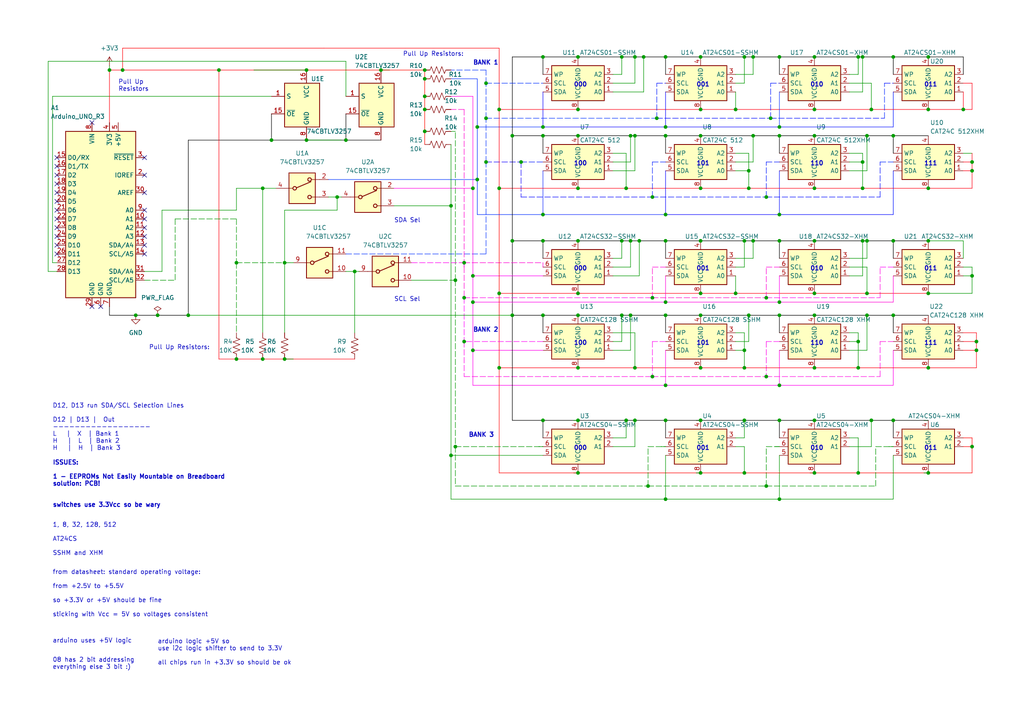
<source format=kicad_sch>
(kicad_sch (version 20230121) (generator eeschema)
  (paper "A4")
  (junction (at 186.69 16.51))
  (junction (at 236.22 106.68))
  (junction (at 193.04 39.37))
  (junction (at 281.94 129.54))
  (junction (at 100.33 40.64))
  (junction (at 222.25 57.15))
  (junction (at 123.19 20.32))
  (junction (at 250.19 69.85))
  (junction (at 157.48 16.51))
  (junction (at 144.78 106.68))
  (junction (at 157.48 69.85))
  (junction (at 189.23 109.22))
  (junction (at 130.81 132.08))
  (junction (at 259.08 16.51))
  (junction (at 193.04 36.83))
  (junction (at 236.22 39.37))
  (junction (at 236.22 91.44))
  (junction (at 279.4 31.75))
  (junction (at 78.74 40.64))
  (junction (at 68.58 76.2))
  (junction (at 251.46 39.37))
  (junction (at 215.9 106.68))
  (junction (at 134.62 76.2))
  (junction (at 215.9 101.6))
  (junction (at 82.55 76.2))
  (junction (at 269.24 69.85))
  (junction (at 193.04 144.78))
  (junction (at 182.88 69.85))
  (junction (at 130.81 59.69))
  (junction (at 226.06 87.63))
  (junction (at 39.37 91.44))
  (junction (at 251.46 69.85))
  (junction (at 140.97 46.99))
  (junction (at 167.64 137.16))
  (junction (at 203.2 69.85))
  (junction (at 97.79 57.15))
  (junction (at 222.25 86.36))
  (junction (at 269.24 16.51))
  (junction (at 144.78 54.61))
  (junction (at 184.15 39.37))
  (junction (at 193.04 16.51))
  (junction (at 157.48 91.44))
  (junction (at 236.22 137.16))
  (junction (at 167.64 106.68))
  (junction (at 76.2 54.61))
  (junction (at 259.08 121.92))
  (junction (at 140.97 24.13))
  (junction (at 217.17 49.53))
  (junction (at 248.92 106.68))
  (junction (at 138.43 52.07))
  (junction (at 226.06 39.37))
  (junction (at 102.87 78.74))
  (junction (at 203.2 39.37))
  (junction (at 123.19 27.94))
  (junction (at 193.04 111.76))
  (junction (at 281.94 49.53))
  (junction (at 68.58 104.14))
  (junction (at 88.9 20.32))
  (junction (at 269.24 85.09))
  (junction (at 223.52 34.29))
  (junction (at 148.59 39.37))
  (junction (at 167.64 121.92))
  (junction (at 184.15 106.68))
  (junction (at 217.17 91.44))
  (junction (at 250.19 54.61))
  (junction (at 226.06 69.85))
  (junction (at 283.21 101.6))
  (junction (at 134.62 99.06))
  (junction (at 252.73 31.75))
  (junction (at 250.19 46.99))
  (junction (at 137.16 80.01))
  (junction (at 82.55 104.14))
  (junction (at 251.46 85.09))
  (junction (at 226.06 91.44))
  (junction (at 193.04 91.44))
  (junction (at 226.06 111.76))
  (junction (at 123.19 38.1))
  (junction (at 167.64 31.75))
  (junction (at 248.92 16.51))
  (junction (at 236.22 16.51))
  (junction (at 269.24 31.75))
  (junction (at 180.34 69.85))
  (junction (at 250.19 16.51))
  (junction (at 226.06 62.23))
  (junction (at 236.22 69.85))
  (junction (at 157.48 39.37))
  (junction (at 137.16 101.6))
  (junction (at 203.2 106.68))
  (junction (at 203.2 137.16))
  (junction (at 134.62 86.36))
  (junction (at 189.23 57.15))
  (junction (at 203.2 91.44))
  (junction (at 76.2 104.14))
  (junction (at 203.2 54.61))
  (junction (at 215.9 137.16))
  (junction (at 269.24 106.68))
  (junction (at 167.64 69.85))
  (junction (at 54.61 91.44))
  (junction (at 236.22 31.75))
  (junction (at 215.9 69.85))
  (junction (at 185.42 69.85))
  (junction (at 193.04 121.92))
  (junction (at 31.75 20.32))
  (junction (at 167.64 39.37))
  (junction (at 138.43 36.83))
  (junction (at 193.04 62.23))
  (junction (at 281.94 80.01))
  (junction (at 157.48 121.92))
  (junction (at 218.44 39.37))
  (junction (at 226.06 36.83))
  (junction (at 144.78 31.75))
  (junction (at 269.24 137.16))
  (junction (at 236.22 121.92))
  (junction (at 226.06 16.51))
  (junction (at 132.08 129.54))
  (junction (at 167.64 85.09))
  (junction (at 167.64 91.44))
  (junction (at 110.49 20.32))
  (junction (at 203.2 16.51))
  (junction (at 123.19 31.75))
  (junction (at 137.16 54.61))
  (junction (at 180.34 91.44))
  (junction (at 184.15 121.92))
  (junction (at 63.5 20.32))
  (junction (at 184.15 16.51))
  (junction (at 144.78 85.09))
  (junction (at 213.36 31.75))
  (junction (at 251.46 91.44))
  (junction (at 193.04 69.85))
  (junction (at 259.08 39.37))
  (junction (at 269.24 54.61))
  (junction (at 259.08 91.44))
  (junction (at 222.25 140.97))
  (junction (at 180.34 16.51))
  (junction (at 157.48 62.23))
  (junction (at 132.08 81.28))
  (junction (at 222.25 109.22))
  (junction (at 217.17 54.61))
  (junction (at 215.9 121.92))
  (junction (at 203.2 121.92))
  (junction (at 203.2 31.75))
  (junction (at 181.61 54.61))
  (junction (at 148.59 69.85))
  (junction (at 137.16 87.63))
  (junction (at 193.04 87.63))
  (junction (at 182.88 91.44))
  (junction (at 151.13 46.99))
  (junction (at 215.9 16.51))
  (junction (at 252.73 121.92))
  (junction (at 189.23 86.36))
  (junction (at 181.61 121.92))
  (junction (at 283.21 99.06))
  (junction (at 281.94 46.99))
  (junction (at 123.19 22.86))
  (junction (at 248.92 99.06))
  (junction (at 157.48 36.83))
  (junction (at 190.5 34.29))
  (junction (at 236.22 85.09))
  (junction (at 218.44 16.51))
  (junction (at 248.92 137.16))
  (junction (at 236.22 54.61))
  (junction (at 35.56 20.32))
  (junction (at 226.06 121.92))
  (junction (at 226.06 144.78))
  (junction (at 45.72 91.44))
  (junction (at 167.64 54.61))
  (junction (at 203.2 85.09))
  (junction (at 218.44 69.85))
  (junction (at 88.9 40.64))
  (junction (at 187.96 140.97))
  (junction (at 140.97 34.29))
  (junction (at 148.59 91.44))
  (junction (at 167.64 16.51))
  (junction (at 259.08 69.85))
  (junction (at 213.36 85.09))
  (junction (at 182.88 39.37))
  (no_connect (at 16.51 68.58))
  (no_connect (at 16.51 63.5))
  (no_connect (at 41.91 63.5))
  (no_connect (at 41.91 68.58))
  (no_connect (at 16.51 55.88))
  (no_connect (at 16.51 73.66))
  (no_connect (at 41.91 71.12))
  (no_connect (at 16.51 71.12))
  (no_connect (at 16.51 45.72))
  (no_connect (at 41.91 66.04))
  (no_connect (at 26.67 35.56))
  (no_connect (at 16.51 50.8))
  (no_connect (at 29.21 88.9))
  (no_connect (at 16.51 48.26))
  (no_connect (at 41.91 55.88))
  (no_connect (at 41.91 73.66))
  (no_connect (at 16.51 66.04))
  (no_connect (at 26.67 88.9))
  (no_connect (at 16.51 58.42))
  (no_connect (at 41.91 45.72))
  (no_connect (at 41.91 60.96))
  (no_connect (at 16.51 53.34))
  (no_connect (at 41.91 50.8))
  (no_connect (at 16.51 60.96))
  (wire (pts (xy 248.92 16.51) (xy 250.19 16.51)) (stroke (width 0) (color 0 0 0 1)))
  (wire (pts (xy 217.17 99.06) (xy 217.17 91.44)))
  (wire (pts (xy 177.8 49.53) (xy 184.15 49.53)))
  (wire (pts (xy 213.36 99.06) (xy 217.17 99.06)))
  (wire (pts (xy 215.9 137.16) (xy 236.22 137.16)) (stroke (width 0) (color 255 0 0 1)))
  (wire (pts (xy 88.9 40.64) (xy 99.06 40.64)))
  (wire (pts (xy 123.19 31.75) (xy 123.19 38.1)) (stroke (width 0) (color 255 11 0 1)))
  (wire (pts (xy 281.94 129.54) (xy 281.94 127)) (stroke (width 0) (color 255 0 0 1)))
  (wire (pts (xy 123.19 20.32) (xy 123.19 22.86)) (stroke (width 0) (color 255 11 0 1)))
  (wire (pts (xy 279.4 77.47) (xy 281.94 77.47)))
  (wire (pts (xy 218.44 74.93) (xy 218.44 69.85)))
  (wire (pts (xy 213.36 85.09) (xy 236.22 85.09)) (stroke (width 0) (color 255 0 17 1)))
  (wire (pts (xy 248.92 21.59) (xy 248.92 16.51)))
  (wire (pts (xy 279.4 80.01) (xy 281.94 80.01)))
  (wire (pts (xy 246.38 127) (xy 248.92 127)))
  (wire (pts (xy 246.38 129.54) (xy 252.73 129.54)))
  (wire (pts (xy 281.94 137.16) (xy 281.94 129.54)) (stroke (width 0) (color 255 0 0 1)))
  (wire (pts (xy 144.78 13.97) (xy 144.78 31.75)) (stroke (width 0) (color 255 0 7 1)))
  (wire (pts (xy 193.04 69.85) (xy 193.04 74.93)) (stroke (width 0) (color 0 0 0 1)))
  (wire (pts (xy 279.4 46.99) (xy 281.94 46.99)) (stroke (width 0) (color 255 0 19 1)))
  (wire (pts (xy 182.88 39.37) (xy 184.15 39.37)) (stroke (width 0) (color 0 0 0 1)))
  (wire (pts (xy 137.16 27.94) (xy 130.81 27.94)) (stroke (width 0) (color 255 0 225 1)))
  (wire (pts (xy 279.4 16.51) (xy 279.4 21.59)) (stroke (width 0) (color 0 0 0 1)))
  (wire (pts (xy 157.48 76.2) (xy 157.48 77.47)) (stroke (width 0) (type dash) (color 255 0 206 1)))
  (wire (pts (xy 213.36 49.53) (xy 217.17 49.53)))
  (wire (pts (xy 144.78 85.09) (xy 144.78 106.68)) (stroke (width 0) (color 255 0 17 1)))
  (wire (pts (xy 259.08 91.44) (xy 269.24 91.44)) (stroke (width 0) (color 0 0 0 1)))
  (wire (pts (xy 251.46 39.37) (xy 259.08 39.37)) (stroke (width 0) (color 0 0 0 1)))
  (wire (pts (xy 193.04 129.54) (xy 191.77 129.54)))
  (wire (pts (xy 137.16 80.01) (xy 137.16 87.63)) (stroke (width 0) (color 255 0 234 1)))
  (wire (pts (xy 226.06 144.78) (xy 226.06 132.08)))
  (wire (pts (xy 279.4 69.85) (xy 269.24 69.85)))
  (wire (pts (xy 100.33 78.74) (xy 102.87 78.74)))
  (wire (pts (xy 137.16 80.01) (xy 157.48 80.01)) (stroke (width 0) (color 255 0 244 1)))
  (wire (pts (xy 248.92 106.68) (xy 269.24 106.68)) (stroke (width 0) (color 255 0 17 1)))
  (wire (pts (xy 254 140.97) (xy 254 129.54)) (stroke (width 0) (type dash)))
  (wire (pts (xy 132.08 38.1) (xy 130.81 38.1)) (stroke (width 0) (type dash)))
  (wire (pts (xy 39.37 91.44) (xy 45.72 91.44)) (stroke (width 0) (color 0 0 0 1)))
  (wire (pts (xy 269.24 137.16) (xy 267.97 137.16)))
  (wire (pts (xy 184.15 39.37) (xy 193.04 39.37)) (stroke (width 0) (color 0 0 0 1)))
  (wire (pts (xy 134.62 76.2) (xy 133.35 76.2)) (stroke (width 0) (type dash) (color 255 0 207 1)))
  (wire (pts (xy 157.48 16.51) (xy 157.48 21.59)) (stroke (width 0) (color 0 0 0 1)))
  (wire (pts (xy 259.08 87.63) (xy 259.08 80.01)) (stroke (width 0) (color 255 12 213 1)))
  (wire (pts (xy 213.36 26.67) (xy 213.36 31.75)))
  (wire (pts (xy 215.9 101.6) (xy 215.9 106.68)))
  (wire (pts (xy 222.25 99.06) (xy 222.25 109.22)) (stroke (width 0) (type dash) (color 255 0 231 1)))
  (wire (pts (xy 279.4 44.45) (xy 281.94 44.45)))
  (wire (pts (xy 186.69 16.51) (xy 193.04 16.51)) (stroke (width 0) (color 0 0 0 1)))
  (wire (pts (xy 177.8 74.93) (xy 180.34 74.93)))
  (wire (pts (xy 281.94 54.61) (xy 281.94 49.53)) (stroke (width 0) (color 255 0 19 1)))
  (wire (pts (xy 259.08 62.23) (xy 259.08 49.53)) (stroke (width 0) (color 1 20 255 1)))
  (wire (pts (xy 246.38 46.99) (xy 250.19 46.99)))
  (wire (pts (xy 246.38 101.6) (xy 251.46 101.6)))
  (wire (pts (xy 203.2 69.85) (xy 215.9 69.85)) (stroke (width 0) (color 0 0 0 1)))
  (wire (pts (xy 248.92 99.06) (xy 248.92 106.68)))
  (wire (pts (xy 246.38 80.01) (xy 250.19 80.01)))
  (wire (pts (xy 259.08 39.37) (xy 269.24 39.37)) (stroke (width 0) (color 0 0 0 1)))
  (wire (pts (xy 217.17 91.44) (xy 226.06 91.44)) (stroke (width 0) (color 0 0 0 1)))
  (wire (pts (xy 177.8 101.6) (xy 182.88 101.6)))
  (wire (pts (xy 236.22 54.61) (xy 250.19 54.61)) (stroke (width 0) (color 255 0 19 1)))
  (wire (pts (xy 187.96 140.97) (xy 187.96 129.54)) (stroke (width 0) (type dash)))
  (wire (pts (xy 95.25 52.07) (xy 138.43 52.07)) (stroke (width 0) (color 0 51 255 1)))
  (wire (pts (xy 189.23 57.15) (xy 222.25 57.15)) (stroke (width 0) (type dash) (color 4 15 255 1)))
  (wire (pts (xy 182.88 69.85) (xy 185.42 69.85)) (stroke (width 0) (color 0 0 0 1)))
  (wire (pts (xy 259.08 111.76) (xy 259.08 101.6)) (stroke (width 0) (color 255 0 234 1)))
  (wire (pts (xy 148.59 91.44) (xy 148.59 121.92)) (stroke (width 0) (color 0 0 0 1)))
  (wire (pts (xy 148.59 39.37) (xy 157.48 39.37)) (stroke (width 0) (color 0 0 0 1)))
  (wire (pts (xy 281.94 127) (xy 279.4 127)) (stroke (width 0) (color 255 0 0 1)))
  (wire (pts (xy 137.16 54.61) (xy 137.16 80.01)) (stroke (width 0) (color 255 0 225 1)))
  (wire (pts (xy 180.34 99.06) (xy 180.34 91.44)))
  (wire (pts (xy 259.08 16.51) (xy 269.24 16.51)) (stroke (width 0) (color 0 0 0 1)))
  (wire (pts (xy 259.08 36.83) (xy 259.08 26.67)) (stroke (width 0) (color 2 23 255 1)))
  (wire (pts (xy 259.08 144.78) (xy 259.08 132.08)))
  (wire (pts (xy 203.2 16.51) (xy 215.9 16.51)) (stroke (width 0) (color 0 0 0 1)))
  (wire (pts (xy 246.38 77.47) (xy 251.46 77.47)))
  (wire (pts (xy 151.13 57.15) (xy 189.23 57.15)) (stroke (width 0) (type dash) (color 0 1 255 1)))
  (wire (pts (xy 31.75 91.44) (xy 39.37 91.44)) (stroke (width 0) (color 0 0 0 1)))
  (wire (pts (xy 45.72 91.44) (xy 54.61 91.44)) (stroke (width 0) (color 0 0 0 1)))
  (wire (pts (xy 104.14 78.74) (xy 102.87 78.74)))
  (wire (pts (xy 157.48 69.85) (xy 167.64 69.85)) (stroke (width 0) (color 0 0 0 1)))
  (wire (pts (xy 250.19 16.51) (xy 250.19 26.67)))
  (wire (pts (xy 68.58 63.5) (xy 68.58 76.2)) (stroke (width 0) (type dash)))
  (wire (pts (xy 217.17 49.53) (xy 217.17 54.61)))
  (wire (pts (xy 140.97 20.32) (xy 130.81 20.32)) (stroke (width 0) (type dash) (color 6 52 255 1)))
  (wire (pts (xy 137.16 101.6) (xy 157.48 101.6)) (stroke (width 0) (color 255 0 234 1)))
  (wire (pts (xy 15.24 76.2) (xy 16.51 76.2)))
  (wire (pts (xy 73.66 20.32) (xy 88.9 20.32)))
  (wire (pts (xy 123.19 38.1) (xy 123.19 41.91)) (stroke (width 0) (color 255 11 0 1)))
  (wire (pts (xy 157.48 62.23) (xy 193.04 62.23)) (stroke (width 0) (color 18 42 255 1)))
  (wire (pts (xy 222.25 86.36) (xy 255.27 86.36)) (stroke (width 0) (type dash) (color 255 0 230 1)))
  (wire (pts (xy 134.62 76.2) (xy 157.48 76.2)) (stroke (width 0) (type dash) (color 255 0 206 1)))
  (wire (pts (xy 283.21 96.52) (xy 279.4 96.52)) (stroke (width 0) (color 255 0 17 1)))
  (wire (pts (xy 226.06 16.51) (xy 236.22 16.51)) (stroke (width 0) (color 0 0 0 1)))
  (wire (pts (xy 222.25 109.22) (xy 255.27 109.22)) (stroke (width 0) (type dash) (color 255 12 225 1)))
  (wire (pts (xy 181.61 127) (xy 181.61 121.92)))
  (wire (pts (xy 137.16 54.61) (xy 137.16 27.94)) (stroke (width 0) (color 255 0 225 1)))
  (wire (pts (xy 226.06 129.54) (xy 224.79 129.54)))
  (wire (pts (xy 35.56 13.97) (xy 93.98 13.97)) (stroke (width 0) (color 255 0 6 1)))
  (wire (pts (xy 251.46 85.09) (xy 269.24 85.09)) (stroke (width 0) (color 255 0 17 1)))
  (wire (pts (xy 132.08 129.54) (xy 157.48 129.54)) (stroke (width 0) (type dash)))
  (wire (pts (xy 184.15 121.92) (xy 193.04 121.92)) (stroke (width 0) (color 0 0 0 1)))
  (wire (pts (xy 226.06 91.44) (xy 226.06 96.52)) (stroke (width 0) (color 0 0 0 1)))
  (wire (pts (xy 193.04 62.23) (xy 193.04 49.53)) (stroke (width 0) (color 5 0 255 1)))
  (wire (pts (xy 190.5 24.13) (xy 193.04 24.13)) (stroke (width 0) (type dash) (color 0 11 255 1)))
  (wire (pts (xy 218.44 39.37) (xy 226.06 39.37)) (stroke (width 0) (color 0 0 0 1)))
  (wire (pts (xy 259.08 121.92) (xy 269.24 121.92)) (stroke (width 0) (color 0 0 0 1)))
  (wire (pts (xy 222.25 140.97) (xy 222.25 129.54)) (stroke (width 0) (type dash)))
  (wire (pts (xy 281.94 129.54) (xy 279.4 129.54)) (stroke (width 0) (color 255 0 0 1)))
  (wire (pts (xy 102.87 78.74) (xy 102.87 96.52)))
  (wire (pts (xy 114.3 54.61) (xy 137.16 54.61)) (stroke (width 0) (color 255 0 225 1)))
  (wire (pts (xy 140.97 73.66) (xy 140.97 46.99)) (stroke (width 0) (type dash) (color 6 52 255 1)))
  (wire (pts (xy 157.48 69.85) (xy 157.48 74.93)) (stroke (width 0) (color 0 0 0 1)))
  (wire (pts (xy 157.48 26.67) (xy 157.48 36.83)) (stroke (width 0) (color 7 0 255 1)))
  (wire (pts (xy 167.64 106.68) (xy 184.15 106.68)) (stroke (width 0) (color 255 0 17 1)))
  (wire (pts (xy 119.38 76.2) (xy 133.35 76.2)) (stroke (width 0) (type dash) (color 255 0 237 1)))
  (wire (pts (xy 100.33 27.94) (xy 100.33 17.78)))
  (wire (pts (xy 213.36 24.13) (xy 215.9 24.13)))
  (wire (pts (xy 63.5 104.14) (xy 68.58 104.14)) (stroke (width 0) (color 255 0 13 1)))
  (wire (pts (xy 110.49 20.32) (xy 123.19 20.32)) (stroke (width 0) (color 255 11 0 1)))
  (wire (pts (xy 167.64 31.75) (xy 203.2 31.75)) (stroke (width 0) (color 255 0 19 1)))
  (wire (pts (xy 13.97 78.74) (xy 16.51 78.74)))
  (wire (pts (xy 222.25 86.36) (xy 222.25 77.47)) (stroke (width 0) (type dash) (color 255 0 211 1)))
  (wire (pts (xy 269.24 106.68) (xy 283.21 106.68)) (stroke (width 0) (color 255 0 17 1)))
  (wire (pts (xy 236.22 31.75) (xy 252.73 31.75)) (stroke (width 0) (color 255 0 19 1)))
  (wire (pts (xy 157.48 39.37) (xy 167.64 39.37)) (stroke (width 0) (color 0 0 0 1)))
  (wire (pts (xy 144.78 85.09) (xy 167.64 85.09)) (stroke (width 0) (color 255 0 17 1)))
  (wire (pts (xy 193.04 62.23) (xy 226.06 62.23)) (stroke (width 0) (color 5 0 255 1)))
  (wire (pts (xy 281.94 31.75) (xy 281.94 24.13)) (stroke (width 0) (color 255 0 19 1)))
  (wire (pts (xy 226.06 39.37) (xy 236.22 39.37)) (stroke (width 0) (color 0 0 0 1)))
  (wire (pts (xy 181.61 44.45) (xy 181.61 54.61)))
  (wire (pts (xy 259.08 129.54) (xy 257.81 129.54)))
  (wire (pts (xy 63.5 20.32) (xy 73.66 20.32)) (stroke (width 0) (color 255 0 13 1)))
  (wire (pts (xy 251.46 91.44) (xy 259.08 91.44)) (stroke (width 0) (color 0 0 0 1)))
  (wire (pts (xy 54.61 40.64) (xy 54.61 91.44)) (stroke (width 0) (color 0 0 0 1)))
  (wire (pts (xy 218.44 69.85) (xy 226.06 69.85)) (stroke (width 0) (color 0 0 0 1)))
  (wire (pts (xy 215.9 129.54) (xy 215.9 137.16)))
  (wire (pts (xy 41.91 81.28) (xy 50.8 81.28)) (stroke (width 0) (type dash)))
  (wire (pts (xy 193.04 16.51) (xy 193.04 21.59)) (stroke (width 0) (color 0 0 0 1)))
  (wire (pts (xy 31.75 20.32) (xy 31.75 35.56)) (stroke (width 0) (color 255 0 13 1)))
  (wire (pts (xy 148.59 39.37) (xy 148.59 69.85)) (stroke (width 0) (color 0 0 0 1)))
  (wire (pts (xy 223.52 34.29) (xy 256.54 34.29)) (stroke (width 0) (type dash) (color 0 14 255 1)))
  (wire (pts (xy 134.62 86.36) (xy 189.23 86.36)) (stroke (width 0) (type dash) (color 255 0 231 1)))
  (wire (pts (xy 279.4 31.75) (xy 279.4 26.67)) (stroke (width 0) (color 255 0 19 1)))
  (wire (pts (xy 236.22 106.68) (xy 248.92 106.68)) (stroke (width 0) (color 255 0 17 1)))
  (wire (pts (xy 189.23 46.99) (xy 193.04 46.99)) (stroke (width 0) (type dash) (color 0 29 255 1)))
  (wire (pts (xy 54.61 91.44) (xy 148.59 91.44)))
  (wire (pts (xy 193.04 69.85) (xy 203.2 69.85)) (stroke (width 0) (color 0 0 0 1)))
  (wire (pts (xy 269.24 54.61) (xy 281.94 54.61)) (stroke (width 0) (color 255 0 19 1)))
  (wire (pts (xy 236.22 137.16) (xy 248.92 137.16)) (stroke (width 0) (color 255 0 0 1)))
  (wire (pts (xy 68.58 76.2) (xy 68.58 96.52)) (stroke (width 0) (type dash)))
  (wire (pts (xy 76.2 54.61) (xy 76.2 96.52)))
  (wire (pts (xy 252.73 24.13) (xy 252.73 31.75)))
  (wire (pts (xy 148.59 69.85) (xy 157.48 69.85)) (stroke (width 0) (color 0 0 0 1)))
  (wire (pts (xy 167.64 85.09) (xy 203.2 85.09)) (stroke (width 0) (color 255 0 17 1)))
  (wire (pts (xy 203.2 106.68) (xy 215.9 106.68)) (stroke (width 0) (color 255 0 17 1)))
  (wire (pts (xy 250.19 44.45) (xy 250.19 46.99)))
  (wire (pts (xy 250.19 80.01) (xy 250.19 69.85)))
  (wire (pts (xy 137.16 87.63) (xy 193.04 87.63)) (stroke (width 0) (color 255 0 234 1)))
  (wire (pts (xy 222.25 77.47) (xy 226.06 77.47)) (stroke (width 0) (type dash) (color 255 0 214 1)))
  (wire (pts (xy 184.15 49.53) (xy 184.15 39.37)))
  (wire (pts (xy 203.2 91.44) (xy 217.17 91.44)) (stroke (width 0) (color 0 0 0 1)))
  (wire (pts (xy 144.78 106.68) (xy 144.78 137.16)) (stroke (width 0) (color 255 18 22 1)))
  (wire (pts (xy 193.04 121.92) (xy 193.04 127)) (stroke (width 0) (color 0 0 0 1)))
  (wire (pts (xy 137.16 101.6) (xy 137.16 111.76)) (stroke (width 0) (color 255 0 234 1)))
  (wire (pts (xy 138.43 36.83) (xy 157.48 36.83)) (stroke (width 0) (color 0 43 255 1)))
  (wire (pts (xy 218.44 16.51) (xy 226.06 16.51)) (stroke (width 0) (color 0 0 0 1)))
  (wire (pts (xy 218.44 16.51) (xy 218.44 21.59)))
  (wire (pts (xy 251.46 101.6) (xy 251.46 91.44)))
  (wire (pts (xy 181.61 54.61) (xy 203.2 54.61)) (stroke (width 0) (color 255 0 19 1)))
  (wire (pts (xy 213.36 31.75) (xy 236.22 31.75)) (stroke (width 0) (color 255 0 19 1)))
  (wire (pts (xy 254 129.54) (xy 259.08 129.54)) (stroke (width 0) (type dash)))
  (wire (pts (xy 236.22 69.85) (xy 250.19 69.85)) (stroke (width 0) (color 0 0 0 1)))
  (wire (pts (xy 140.97 46.99) (xy 140.97 34.29)) (stroke (width 0) (type dash) (color 6 52 255 1)))
  (wire (pts (xy 218.44 46.99) (xy 218.44 39.37)))
  (wire (pts (xy 203.2 137.16) (xy 201.93 137.16)))
  (wire (pts (xy 236.22 91.44) (xy 251.46 91.44)) (stroke (width 0) (color 0 0 0 1)))
  (wire (pts (xy 134.62 99.06) (xy 134.62 109.22)) (stroke (width 0) (type dash) (color 255 0 233 1)))
  (wire (pts (xy 167.64 39.37) (xy 182.88 39.37)) (stroke (width 0) (color 0 0 0 1)))
  (wire (pts (xy 190.5 34.29) (xy 223.52 34.29)) (stroke (width 0) (type dash) (color 0 11 255 1)))
  (wire (pts (xy 110.49 20.32) (xy 113.03 20.32)))
  (wire (pts (xy 259.08 16.51) (xy 259.08 21.59)) (stroke (width 0) (color 0 0 0 1)))
  (wire (pts (xy 167.64 31.75) (xy 144.78 31.75)) (stroke (width 0) (color 255 0 19 1)))
  (wire (pts (xy 167.64 91.44) (xy 180.34 91.44)) (stroke (width 0) (color 0 0 0 1)))
  (wire (pts (xy 114.3 59.69) (xy 130.81 59.69)))
  (wire (pts (xy 185.42 69.85) (xy 193.04 69.85)) (stroke (width 0) (color 0 0 0 1)))
  (wire (pts (xy 180.34 74.93) (xy 180.34 69.85)))
  (wire (pts (xy 279.4 49.53) (xy 281.94 49.53)) (stroke (width 0) (color 255 0 19 1)))
  (wire (pts (xy 134.62 77.47) (xy 134.62 86.36)) (stroke (width 0) (type dash) (color 255 0 209 1)))
  (wire (pts (xy 203.2 31.75) (xy 213.36 31.75)) (stroke (width 0) (color 255 0 19 1)))
  (wire (pts (xy 252.73 121.92) (xy 259.08 121.92)) (stroke (width 0) (color 0 0 0 1)))
  (wire (pts (xy 144.78 54.61) (xy 167.64 54.61)) (stroke (width 0) (color 255 0 19 1)))
  (wire (pts (xy 269.24 16.51) (xy 279.4 16.51)) (stroke (width 0) (color 0 0 0 1)))
  (wire (pts (xy 167.64 137.16) (xy 203.2 137.16)) (stroke (width 0) (color 255 0 0 1)))
  (wire (pts (xy 215.9 16.51) (xy 218.44 16.51)) (stroke (width 0) (color 0 0 0 1)))
  (wire (pts (xy 88.9 40.64) (xy 100.33 40.64)) (stroke (width 0) (color 0 0 0 1)))
  (wire (pts (xy 157.48 39.37) (xy 157.48 44.45)) (stroke (width 0) (color 0 0 0 1)))
  (wire (pts (xy 187.96 129.54) (xy 193.04 129.54)) (stroke (width 0) (type dash)))
  (wire (pts (xy 255.27 86.36) (xy 255.27 77.47)) (stroke (width 0) (type dash) (color 255 8 223 1)))
  (wire (pts (xy 248.92 96.52) (xy 248.92 99.06)))
  (wire (pts (xy 41.91 78.74) (xy 46.99 78.74)))
  (wire (pts (xy 213.36 46.99) (xy 218.44 46.99)))
  (wire (pts (xy 167.64 121.92) (xy 166.37 121.92)))
  (wire (pts (xy 180.34 16.51) (xy 184.15 16.51)) (stroke (width 0) (color 0 0 0 1)))
  (wire (pts (xy 177.8 99.06) (xy 180.34 99.06)))
  (wire (pts (xy 100.33 73.66) (xy 140.97 73.66)) (stroke (width 0) (type dash) (color 6 52 255 1)))
  (wire (pts (xy 189.23 99.06) (xy 189.23 109.22)) (stroke (width 0) (type dash) (color 255 0 241 1)))
  (wire (pts (xy 251.46 77.47) (xy 251.46 85.09)))
  (wire (pts (xy 134.62 31.75) (xy 134.62 76.2)) (stroke (width 0) (type dash) (color 255 0 207 1)))
  (wire (pts (xy 148.59 69.85) (xy 148.59 91.44)) (stroke (width 0) (color 0 0 0 1)))
  (wire (pts (xy 251.46 69.85) (xy 259.08 69.85)) (stroke (width 0) (color 0 0 0 1)))
  (wire (pts (xy 193.04 36.83) (xy 226.06 36.83)) (stroke (width 0) (color 5 0 255 1)))
  (wire (pts (xy 63.5 20.32) (xy 63.5 104.14)) (stroke (width 0) (color 255 0 13 1)))
  (wire (pts (xy 250.19 46.99) (xy 250.19 54.61)))
  (wire (pts (xy 68.58 54.61) (xy 76.2 54.61)))
  (wire (pts (xy 246.38 74.93) (xy 251.46 74.93)))
  (wire (pts (xy 279.4 31.75) (xy 281.94 31.75)) (stroke (width 0) (color 255 0 19 1)))
  (wire (pts (xy 259.08 69.85) (xy 269.24 69.85)) (stroke (width 0) (color 0 0 0 1)))
  (wire (pts (xy 246.38 99.06) (xy 248.92 99.06)))
  (wire (pts (xy 144.78 54.61) (xy 144.78 85.09)) (stroke (width 0) (color 255 2 0 1)))
  (wire (pts (xy 193.04 87.63) (xy 193.04 80.01)) (stroke (width 0) (color 255 3 216 1)))
  (wire (pts (xy 134.62 76.2) (xy 134.62 77.47)) (stroke (width 0) (type dash) (color 255 0 206 1)))
  (wire (pts (xy 226.06 36.83) (xy 259.08 36.83)) (stroke (width 0) (color 0 12 255 1)))
  (wire (pts (xy 100.33 40.64) (xy 110.49 40.64)) (stroke (width 0) (color 0 0 0 1)))
  (wire (pts (xy 134.62 86.36) (xy 134.62 99.06)) (stroke (width 0) (type dash) (color 255 0 254 1)))
  (wire (pts (xy 226.06 16.51) (xy 226.06 21.59)) (stroke (width 0) (color 0 0 0 1)))
  (wire (pts (xy 134.62 76.2) (xy 134.62 77.47)) (stroke (width 0) (type dash) (color 255 0 207 1)))
  (wire (pts (xy 226.06 99.06) (xy 222.25 99.06)) (stroke (width 0) (type dash) (color 255 7 244 1)))
  (wire (pts (xy 193.04 39.37) (xy 203.2 39.37)) (stroke (width 0) (color 0 0 0 1)))
  (wire (pts (xy 215.9 77.47) (xy 215.9 69.85)))
  (wire (pts (xy 140.97 34.29) (xy 190.5 34.29)) (stroke (width 0) (type dash) (color 11 57 255 1)))
  (wire (pts (xy 95.25 57.15) (xy 97.79 57.15)))
  (wire (pts (xy 193.04 144.78) (xy 226.06 144.78)))
  (wire (pts (xy 189.23 77.47) (xy 193.04 77.47)) (stroke (width 0) (type dash) (color 255 0 214 1)))
  (wire (pts (xy 157.48 121.92) (xy 157.48 127)) (stroke (width 0) (color 0 0 0 1)))
  (wire (pts (xy 177.8 24.13) (xy 184.15 24.13)))
  (wire (pts (xy 157.48 49.53) (xy 157.48 62.23)) (stroke (width 0) (color 18 42 255 1)))
  (wire (pts (xy 215.9 69.85) (xy 218.44 69.85)) (stroke (width 0) (color 0 0 0 1)))
  (wire (pts (xy 255.27 99.06) (xy 259.08 99.06)) (stroke (width 0) (type dash) (color 255 6 214 1)))
  (wire (pts (xy 226.06 62.23) (xy 226.06 49.53)) (stroke (width 0) (color 11 19 255 1)))
  (wire (pts (xy 259.08 69.85) (xy 259.08 74.93)) (stroke (width 0) (color 0 0 0 1)))
  (wire (pts (xy 251.46 74.93) (xy 251.46 69.85)))
  (wire (pts (xy 255.27 57.15) (xy 255.27 46.99)) (stroke (width 0) (type dash) (color 0 14 255 1)))
  (wire (pts (xy 215.9 16.51) (xy 215.9 24.13)))
  (wire (pts (xy 215.9 127) (xy 215.9 121.92)))
  (wire (pts (xy 137.16 87.63) (xy 137.16 101.6)) (stroke (width 0) (color 255 0 234 1)))
  (wire (pts (xy 193.04 101.6) (xy 193.04 111.76)) (stroke (width 0) (color 255 0 234 1)))
  (wire (pts (xy 213.36 96.52) (xy 215.9 96.52)))
  (wire (pts (xy 279.4 74.93) (xy 279.4 69.85)))
  (wire (pts (xy 255.27 46.99) (xy 259.08 46.99)) (stroke (width 0) (type dash) (color 0 40 255 1)))
  (wire (pts (xy 283.21 99.06) (xy 283.21 96.52)) (stroke (width 0) (color 255 0 17 1)))
  (wire (pts (xy 54.61 40.64) (xy 78.74 40.64)) (stroke (width 0) (color 0 0 0 1)))
  (wire (pts (xy 167.64 16.51) (xy 180.34 16.51)) (stroke (width 0) (color 0 0 0 1)))
  (wire (pts (xy 189.23 57.15) (xy 189.23 46.99)) (stroke (width 0) (type dash) (color 3 26 255 1)))
  (wire (pts (xy 68.58 76.2) (xy 82.55 76.2)) (stroke (width 0) (type dash)))
  (wire (pts (xy 97.79 60.96) (xy 82.55 60.96)))
  (wire (pts (xy 246.38 96.52) (xy 248.92 96.52)))
  (wire (pts (xy 157.48 121.92) (xy 167.64 121.92)) (stroke (width 0) (color 0 0 0 1)))
  (wire (pts (xy 226.06 62.23) (xy 259.08 62.23)) (stroke (width 0) (color 0 4 255 1)))
  (wire (pts (xy 31.75 20.32) (xy 35.56 20.32)) (stroke (width 0) (color 255 0 13 1)))
  (wire (pts (xy 248.92 127) (xy 248.92 137.16)))
  (wire (pts (xy 203.2 121.92) (xy 201.93 121.92)))
  (wire (pts (xy 31.75 19.05) (xy 31.75 20.32)))
  (wire (pts (xy 255.27 109.22) (xy 255.27 99.06)) (stroke (width 0) (type dash) (color 255 0 231 1)))
  (wire (pts (xy 213.36 101.6) (xy 215.9 101.6)))
  (wire (pts (xy 236.22 16.51) (xy 248.92 16.51)) (stroke (width 0) (color 0 0 0 1)))
  (wire (pts (xy 123.19 22.86) (xy 123.19 27.94)) (stroke (width 0) (color 255 11 0 1)))
  (wire (pts (xy 251.46 49.53) (xy 251.46 39.37)))
  (wire (pts (xy 144.78 137.16) (xy 167.64 137.16)) (stroke (width 0) (color 255 0 0 1)))
  (wire (pts (xy 217.17 44.45) (xy 217.17 49.53)))
  (wire (pts (xy 68.58 104.14) (xy 76.2 104.14)) (stroke (width 0) (color 255 0 13 1)))
  (wire (pts (xy 134.62 31.75) (xy 130.81 31.75)) (stroke (width 0) (type dash) (color 255 0 207 1)))
  (wire (pts (xy 151.13 46.99) (xy 151.13 57.15)) (stroke (width 0) (type dash) (color 15 0 255 1)))
  (wire (pts (xy 137.16 111.76) (xy 193.04 111.76)) (stroke (width 0) (color 255 0 234 1)))
  (wire (pts (xy 281.94 85.09) (xy 269.24 85.09)))
  (wire (pts (xy 215.9 106.68) (xy 236.22 106.68)) (stroke (width 0) (color 255 0 17 1)))
  (wire (pts (xy 177.8 46.99) (xy 182.88 46.99)))
  (wire (pts (xy 157.48 36.83) (xy 193.04 36.83)) (stroke (width 0) (color 7 0 255 1)))
  (wire (pts (xy 78.74 40.64) (xy 88.9 40.64)) (stroke (width 0) (color 0 0 0 1)))
  (wire (pts (xy 193.04 39.37) (xy 193.04 44.45)) (stroke (width 0) (color 0 0 0 1)))
  (wire (pts (xy 215.9 121.92) (xy 226.06 121.92)) (stroke (width 0) (color 0 0 0 1)))
  (wire (pts (xy 177.8 21.59) (xy 180.34 21.59)))
  (wire (pts (xy 138.43 36.83) (xy 138.43 52.07)) (stroke (width 0) (color 0 43 255 1)))
  (wire (pts (xy 182.88 46.99) (xy 182.88 39.37)))
  (wire (pts (xy 223.52 34.29) (xy 223.52 24.13)) (stroke (width 0) (type dash) (color 0 20 255 1)))
  (wire (pts (xy 203.2 85.09) (xy 213.36 85.09)) (stroke (width 0) (color 255 0 17 1)))
  (wire (pts (xy 82.55 76.2) (xy 82.55 96.52)))
  (wire (pts (xy 184.15 96.52) (xy 184.15 106.68)))
  (wire (pts (xy 130.81 59.69) (xy 130.81 41.91)))
  (wire (pts (xy 193.04 87.63) (xy 226.06 87.63)) (stroke (width 0) (color 255 0 221 1)))
  (wire (pts (xy 256.54 24.13) (xy 259.08 24.13)) (stroke (width 0) (type dash) (color 0 11 255 1)))
  (wire (pts (xy 226.06 111.76) (xy 259.08 111.76)) (stroke (width 0) (color 255 0 234 1)))
  (wire (pts (xy 193.04 144.78) (xy 193.04 132.08)))
  (wire (pts (xy 281.94 80.01) (xy 281.94 85.09)))
  (wire (pts (xy 76.2 104.14) (xy 82.55 104.14)) (stroke (width 0) (color 255 0 13 1)))
  (wire (pts (xy 255.27 77.47) (xy 259.08 77.47)) (stroke (width 0) (type dash) (color 255 0 251 1)))
  (wire (pts (xy 189.23 86.36) (xy 189.23 77.47)) (stroke (width 0) (type dash) (color 255 0 202 1)))
  (wire (pts (xy 167.64 121.92) (xy 181.61 121.92)) (stroke (width 0) (color 0 0 0 1)))
  (wire (pts (xy 157.48 16.51) (xy 148.59 16.51)) (stroke (width 0) (color 0 0 0 1)))
  (wire (pts (xy 180.34 21.59) (xy 180.34 16.51)))
  (wire (pts (xy 157.48 91.44) (xy 167.64 91.44)) (stroke (width 0) (color 0 0 0 1)))
  (wire (pts (xy 246.38 26.67) (xy 250.19 26.67)))
  (wire (pts (xy 73.66 20.32) (xy 88.9 20.32)) (stroke (width 0) (color 255 11 0 1)))
  (wire (pts (xy 236.22 137.16) (xy 234.95 137.16)))
  (wire (pts (xy 180.34 69.85) (xy 182.88 69.85)) (stroke (width 0) (color 0 0 0 1)))
  (wire (pts (xy 184.15 129.54) (xy 184.15 121.92)))
  (wire (pts (xy 184.15 16.51) (xy 186.69 16.51)) (stroke (width 0) (color 0 0 0 1)))
  (wire (pts (xy 167.64 16.51) (xy 157.48 16.51)) (stroke (width 0) (color 0 0 0 1)))
  (wire (pts (xy 193.04 121.92) (xy 203.2 121.92)) (stroke (width 0) (color 0 0 0 1)))
  (wire (pts (xy 226.06 121.92) (xy 226.06 127)) (stroke (width 0) (color 0 0 0 1)))
  (wire (pts (xy 222.25 57.15) (xy 255.27 57.15)) (stroke (width 0) (type dash) (color 0 8 255 1)))
  (wire (pts (xy 157.48 129.54) (xy 156.21 129.54)))
  (wire (pts (xy 269.24 137.16) (xy 281.94 137.16)) (stroke (width 0) (color 255 0 0 1)))
  (wire (pts (xy 269.24 121.92) (xy 267.97 121.92)))
  (wire (pts (xy 193.04 111.76) (xy 226.06 111.76)) (stroke (width 0) (color 255 0 234 1)))
  (wire (pts (xy 215.9 96.52) (xy 215.9 101.6)))
  (wire (pts (xy 259.08 91.44) (xy 259.08 96.52)) (stroke (width 0) (color 0 0 0 1)))
  (wire (pts (xy 203.2 137.16) (xy 215.9 137.16)) (stroke (width 0) (color 255 0 0 1)))
  (wire (pts (xy 50.8 63.5) (xy 68.58 63.5)) (stroke (width 0) (type dash)))
  (wire (pts (xy 68.58 60.96) (xy 68.58 54.61)))
  (wire (pts (xy 180.34 91.44) (xy 182.88 91.44)) (stroke (width 0) (color 0 0 0 1)))
  (wire (pts (xy 256.54 34.29) (xy 256.54 24.13)) (stroke (width 0) (type dash) (color 0 36 255 1)))
  (wire (pts (xy 177.8 80.01) (xy 185.42 80.01)))
  (wire (pts (xy 226.06 144.78) (xy 259.08 144.78)))
  (wire (pts (xy 177.8 77.47) (xy 182.88 77.47)))
  (wire (pts (xy 213.36 44.45) (xy 217.17 44.45)))
  (wire (pts (xy 283.21 106.68) (xy 283.21 101.6)) (stroke (width 0) (color 255 0 17 1)))
  (wire (pts (xy 203.2 121.92) (xy 215.9 121.92)) (stroke (width 0) (color 0 0 0 1)))
  (wire (pts (xy 252.73 129.54) (xy 252.73 121.92)))
  (wire (pts (xy 246.38 21.59) (xy 248.92 21.59)))
  (wire (pts (xy 252.73 31.75) (xy 269.24 31.75)) (stroke (width 0) (color 255 0 19 1)))
  (wire (pts (xy 82.55 60.96) (xy 82.55 76.2)))
  (wire (pts (xy 148.59 91.44) (xy 157.48 91.44)) (stroke (width 0) (color 0 0 0 1)))
  (wire (pts (xy 182.88 101.6) (xy 182.88 91.44)))
  (wire (pts (xy 250.19 54.61) (xy 269.24 54.61)) (stroke (width 0) (color 255 0 19 1)))
  (wire (pts (xy 222.25 57.15) (xy 222.25 46.99)) (stroke (width 0) (type dash) (color 0 23 255 1)))
  (wire (pts (xy 283.21 101.6) (xy 283.21 99.06)) (stroke (width 0) (color 255 0 17 1)))
  (wire (pts (xy 140.97 24.13) (xy 157.48 24.13)) (stroke (width 0) (type dash) (color 6 52 255 1)))
  (wire (pts (xy 140.97 34.29) (xy 140.97 24.13)) (stroke (width 0) (type dash) (color 6 52 255 1)))
  (wire (pts (xy 151.13 46.99) (xy 157.48 46.99)) (stroke (width 0) (type dash) (color 0 20 255 1)))
  (wire (pts (xy 82.55 104.14) (xy 85.09 104.14)))
  (wire (pts (xy 193.04 91.44) (xy 203.2 91.44)) (stroke (width 0) (color 0 0 0 1)))
  (wire (pts (xy 213.36 127) (xy 215.9 127)))
  (wire (pts (xy 31.75 91.44) (xy 31.75 88.9)) (stroke (width 0) (color 0 0 0 1)))
  (wire (pts (xy 213.36 21.59) (xy 218.44 21.59)))
  (wire (pts (xy 130.81 144.78) (xy 193.04 144.78)))
  (wire (pts (xy 213.36 129.54) (xy 215.9 129.54)))
  (wire (pts (xy 203.2 54.61) (xy 217.17 54.61)) (stroke (width 0) (color 255 0 19 1)))
  (wire (pts (xy 222.25 129.54) (xy 226.06 129.54)) (stroke (width 0) (type dash)))
  (wire (pts (xy 226.06 87.63) (xy 226.06 80.01)) (stroke (width 0) (color 255 0 239 1)))
  (wire (pts (xy 190.5 34.29) (xy 190.5 24.13)) (stroke (width 0) (type dash) (color 3 26 255 1)))
  (wire (pts (xy 187.96 140.97) (xy 222.25 140.97)) (stroke (width 0) (type dash)))
  (wire (pts (xy 193.04 16.51) (xy 203.2 16.51)) (stroke (width 0) (color 0 0 0 1)))
  (wire (pts (xy 138.43 62.23) (xy 138.43 52.07)) (stroke (width 0) (color 0 43 255 1)))
  (wire (pts (xy 281.94 49.53) (xy 281.94 46.99)) (stroke (width 0) (color 255 0 19 1)))
  (wire (pts (xy 13.97 17.78) (xy 13.97 78.74)))
  (wire (pts (xy 100.33 17.78) (xy 13.97 17.78)))
  (wire (pts (xy 82.55 104.14) (xy 102.87 104.14)) (stroke (width 0) (color 255 0 13 1)))
  (wire (pts (xy 138.43 22.86) (xy 130.81 22.86)) (stroke (width 0) (color 0 43 255 1)))
  (wire (pts (xy 184.15 24.13) (xy 184.15 16.51)))
  (wire (pts (xy 223.52 24.13) (xy 226.06 24.13)) (stroke (width 0) (type dash) (color 0 20 255 1)))
  (wire (pts (xy 248.92 137.16) (xy 269.24 137.16)) (stroke (width 0) (color 255 0 0 1)))
  (wire (pts (xy 130.81 59.69) (xy 130.81 132.08)))
  (wire (pts (xy 182.88 91.44) (xy 193.04 91.44)) (stroke (width 0) (color 0 0 0 1)))
  (wire (pts (xy 132.08 140.97) (xy 187.96 140.97)) (stroke (width 0) (type dash)))
  (wire (pts (xy 236.22 121.92) (xy 252.73 121.92)) (stroke (width 0) (color 0 0 0 1)))
  (wire (pts (xy 182.88 77.47) (xy 182.88 69.85)))
  (wire (pts (xy 226.06 26.67) (xy 226.06 36.83)) (stroke (width 0) (color 16 53 255 1)))
  (wire (pts (xy 269.24 31.75) (xy 279.4 31.75)) (stroke (width 0) (color 255 0 19 1)))
  (wire (pts (xy 134.62 109.22) (xy 189.23 109.22)) (stroke (width 0) (type dash) (color 255 0 222 1)))
  (wire (pts (xy 193.04 26.67) (xy 193.04 36.83)) (stroke (width 0) (color 5 0 255 1)))
  (wire (pts (xy 157.48 62.23) (xy 138.43 62.23)) (stroke (width 0) (color 0 43 255 1)))
  (wire (pts (xy 226.06 69.85) (xy 236.22 69.85)) (stroke (width 0) (color 0 0 0 1)))
  (wire (pts (xy 130.81 132.08) (xy 157.48 132.08)))
  (wire (pts (xy 167.64 137.16) (xy 166.37 137.16)))
  (wire (pts (xy 213.36 80.01) (xy 213.36 85.09)))
  (wire (pts (xy 167.64 54.61) (xy 181.61 54.61)) (stroke (width 0) (color 255 0 19 1)))
  (wire (pts (xy 217.17 54.61) (xy 236.22 54.61)) (stroke (width 0) (color 255 0 19 1)))
  (wire (pts (xy 88.9 20.32) (xy 110.49 20.32)) (stroke (width 0) (color 255 11 0 1)))
  (wire (pts (xy 250.19 16.51) (xy 259.08 16.51)) (stroke (width 0) (color 0 0 0 1)))
  (wire (pts (xy 97.79 57.15) (xy 97.79 60.96)))
  (wire (pts (xy 130.81 132.08) (xy 130.81 144.78)))
  (wire (pts (xy 185.42 80.01) (xy 185.42 69.85)))
  (wire (pts (xy 281.94 24.13) (xy 279.4 24.13)) (stroke (width 0) (color 255 0 19 1)))
  (wire (pts (xy 213.36 74.93) (xy 218.44 74.93)))
  (wire (pts (xy 78.74 40.64) (xy 78.74 33.02)) (stroke (width 0) (color 0 0 0 1)))
  (wire (pts (xy 222.25 140.97) (xy 254 140.97)) (stroke (width 0) (type dash)))
  (wire (pts (xy 281.94 46.99) (xy 281.94 44.45)) (stroke (width 0) (color 255 0 19 1)))
  (wire (pts (xy 246.38 44.45) (xy 250.19 44.45)))
  (wire (pts (xy 167.64 69.85) (xy 180.34 69.85)) (stroke (width 0) (color 0 0 0 1)))
  (wire (pts (xy 148.59 16.51) (xy 148.59 39.37)) (stroke (width 0) (color 0 0 0 1)))
  (wire (pts (xy 246.38 24.13) (xy 252.73 24.13)))
  (wire (pts (xy 226.06 91.44) (xy 236.22 91.44)) (stroke (width 0) (color 0 0 0 1)))
  (wire (pts (xy 35.56 20.32) (xy 63.5 20.32)) (stroke (width 0) (color 255 0 13 1)))
  (wire (pts (xy 193.04 91.44) (xy 193.04 96.52)) (stroke (width 0) (color 0 0 0 1)))
  (wire (pts (xy 140.97 24.13) (xy 140.97 20.32)) (stroke (width 0) (type dash) (color 6 52 255 1)))
  (wire (pts (xy 279.4 101.6) (xy 283.21 101.6)) (stroke (width 0) (color 255 0 17 1)))
  (wire (pts (xy 138.43 36.83) (xy 138.43 22.86)) (stroke (width 0) (color 0 43 255 1)))
  (wire (pts (xy 46.99 60.96) (xy 68.58 60.96)))
  (wire (pts (xy 100.33 40.64) (xy 100.33 33.02)) (stroke (width 0) (color 0 0 0 1)))
  (wire (pts (xy 259.08 121.92) (xy 259.08 127)) (stroke (width 0) (color 0 0 0 1)))
  (wire (pts (xy 134.62 76.2) (xy 133.35 76.2)) (stroke (width 0) (type dash) (color 255 0 206 1)))
  (wire (pts (xy 259.08 39.37) (xy 259.08 44.45)) (stroke (width 0) (color 0 0 0 1)))
  (wire (pts (xy 236.22 85.09) (xy 251.46 85.09)) (stroke (width 0) (color 255 0 17 1)))
  (wire (pts (xy 177.8 129.54) (xy 184.15 129.54)))
  (wire (pts (xy 184.15 106.68) (xy 203.2 106.68)) (stroke (width 0) (color 255 0 17 1)))
  (wire (pts (xy 281.94 77.47) (xy 281.94 80.01)))
  (wire (pts (xy 213.36 77.47) (xy 215.9 77.47)))
  (wire (pts (xy 203.2 39.37) (xy 218.44 39.37)) (stroke (width 0) (color 0 0 0 1)))
  (wire (pts (xy 15.24 27.94) (xy 15.24 76.2)))
  (wire (pts (xy 226.06 87.63) (xy 259.08 87.63)) (stroke (width 0) (color 255 5 210 1)))
  (wire (pts (xy 35.56 13.97) (xy 35.56 20.32)) (stroke (width 0) (color 255 0 6 1)))
  (wire (pts (xy 144.78 31.75) (xy 144.78 54.61)) (stroke (width 0) (color 255 0 19 1)))
  (wire (pts (xy 226.06 101.6) (xy 226.06 111.76)) (stroke (width 0) (color 255 0 234 1)))
  (wire (pts (xy 189.23 86.36) (xy 222.25 86.36)) (stroke (width 0) (type dash) (color 255 1 194 1)))
  (wire (pts (xy 132.08 81.28) (xy 129.54 81.28)) (stroke (width 0) (type dash)))
  (wire (pts (xy 119.38 81.28) (xy 129.54 81.28)))
  (wire (pts (xy 226.06 39.37) (xy 226.06 44.45)) (stroke (width 0) (color 0 0 0 1)))
  (wire (pts (xy 76.2 54.61) (xy 80.01 54.61)))
  (wire (pts (xy 222.25 46.99) (xy 226.06 46.99)) (stroke (width 0) (type dash) (color 0 20 255 1)))
  (wire (pts (xy 157.48 99.06) (xy 134.62 99.06)) (stroke (width 0) (type dash) (color 255 0 244 1)))
  (wire (pts (xy 144.78 106.68) (xy 167.64 106.68)) (stroke (width 0) (color 255 0 17 1)))
  (wire (pts (xy 186.69 26.67) (xy 186.69 16.51)))
  (wire (pts (xy 148.59 121.92) (xy 157.48 121.92)) (stroke (width 0) (color 0 0 0 1)))
  (wire (pts (xy 82.55 76.2) (xy 85.09 76.2)) (stroke (width 0) (type dash)))
  (wire (pts (xy 93.98 13.97) (xy 144.78 13.97)) (stroke (width 0) (color 255 10 16 1)))
  (wire (pts (xy 181.61 121.92) (xy 184.15 121.92)) (stroke (width 0) (color 0 0 0 1)))
  (wire (pts (xy 50.8 63.5) (xy 50.8 81.28)) (stroke (width 0) (type dash)))
  (wire (pts (xy 226.06 121.92) (xy 236.22 121.92)) (stroke (width 0) (color 0 0 0 1)))
  (wire (pts (xy 177.8 44.45) (xy 181.61 44.45)))
  (wire (pts (xy 82.55 76.2) (xy 85.09 76.2)))
  (wire (pts (xy 132.08 81.28) (xy 132.08 129.54)) (stroke (width 0) (type dash)))
  (wire (pts (xy 46.99 60.96) (xy 46.99 78.74)))
  (wire (pts (xy 177.8 127) (xy 181.61 127)))
  (wire (pts (xy 226.06 69.85) (xy 226.06 74.93)) (stroke (width 0) (color 0 0 0 1)))
  (wire (pts (xy 193.04 99.06) (xy 189.23 99.06)) (stroke (width 0) (type dash) (color 255 11 244 1)))
  (wire (pts (xy 189.23 109.22) (xy 222.25 109.22)) (stroke (width 0) (type dash) (color 255 0 211 1)))
  (wire (pts (xy 236.22 39.37) (xy 251.46 39.37)) (stroke (width 0) (color 0 0 0 1)))
  (wire (pts (xy 123.19 27.94) (xy 123.19 31.75)) (stroke (width 0) (color 255 11 0 1)))
  (wire (pts (xy 177.8 96.52) (xy 184.15 96.52)))
  (wire (pts (xy 157.48 91.44) (xy 157.48 96.52)) (stroke (width 0) (color 0 0 0 1)))
  (wire (pts (xy 279.4 99.06) (xy 283.21 99.06)) (stroke (width 0) (color 255 0 17 1)))
  (wire (pts (xy 236.22 121.92) (xy 234.95 121.92)))
  (wire (pts (xy 97.79 57.15) (xy 99.06 57.15)))
  (wire (pts (xy 132.08 129.54) (xy 132.08 140.97)) (stroke (width 0) (type dash)))
  (wire (pts (xy 132.08 81.28) (xy 132.08 38.1)) (stroke (width 0) (type dash)))
  (wire (pts (xy 140.97 46.99) (xy 151.13 46.99)) (stroke (width 0) (type dash) (color 15 0 255 1)))
  (wire (pts (xy 250.19 69.85) (xy 251.46 69.85)) (stroke (width 0) (color 0 0 0 1)))
  (wire (pts (xy 246.38 49.53) (xy 251.46 49.53)))
  (wire (pts (xy 78.74 27.94) (xy 15.24 27.94)))
  (wire (pts (xy 177.8 26.67) (xy 186.69 26.67)))
  (text "SCL Sel\n" (at 114.3 87.63 0) (effects (font (size 1.27 1.27)) (justify left bottom)))
  (text "BANK 2" (at 137.16 96.52 0) (effects (font (size 1.27 1.27) (thickness 0.254) bold) (justify left bottom)))
  (text "011" (at 267.97 130.81 0) (effects (font (size 1.27 1.27) bold) (justify left bottom)))
  (text "011" (at 267.97 78.74 0) (effects (font (size 1.27 1.27) bold) (justify left bottom)))
  (text "010" (at 234.95 25.4 0) (effects (font (size 1.27 1.27) bold) (justify left bottom)))
  (text "ISSUES:\n\n1 - EEPROMs Not Easily Mountable on Breadboard\nsolution: PCB!\n\n\nswitches use 3.3Vcc so be wary" (at 15.24 147.32 0) (effects (font (size 1.27 1.27) (thickness 0.254) bold) (justify left bottom)))
  (text "D12, D13 run SDA/SCL Selection Lines\n\nD12 | D13 |  Out\n------------------\nL   |  X  | Bank 1\nH   |  L  | Bank 2\nH   |  H  | Bank 3" (at 15.24 130.81 0) (effects (font (size 1.27 1.27)) (justify left bottom)))
  (text "111" (at 267.97 100.33 0) (effects (font (size 1.27 1.27) bold) (justify left bottom)))
  (text "001" (at 201.93 78.74 0) (effects (font (size 1.27 1.27) bold) (justify left bottom)))
  (text "110\n" (at 234.95 48.26 0) (effects (font (size 1.27 1.27) bold) (justify left bottom)))
  (text "Pull Up Resistors:" (at 43.18 101.6 0) (effects (font (size 1.27 1.27)) (justify left bottom)))
  (text "001" (at 201.93 130.81 0) (effects (font (size 1.27 1.27) bold) (justify left bottom)))
  (text "arduino uses +5V logic" (at 15.24 186.69 0) (effects (font (size 1.27 1.27)) (justify left bottom)))
  (text "101" (at 201.93 48.26 0) (effects (font (size 1.27 1.27) bold) (justify left bottom)))
  (text "1, 8, 32, 128, 512\n\nAT24CS\n\nSSHM and XHM\n" (at 15.24 161.29 0) (effects (font (size 1.27 1.27)) (justify left bottom)))
  (text "101" (at 201.93 100.33 0) (effects (font (size 1.27 1.27) bold) (justify left bottom)))
  (text "110\n" (at 234.95 100.33 0) (effects (font (size 1.27 1.27) bold) (justify left bottom)))
  (text "Pull Up Resistors:" (at 116.84 16.51 0) (effects (font (size 1.27 1.27)) (justify left bottom)))
  (text "from datasheet: standard operating voltage:\n\nfrom +2.5V to +5.5V\n\nso +3.3V or +5V should be fine\n\nsticking with Vcc = 5V so voltages consistent\n" (at 15.24 179.07 0) (effects (font (size 1.27 1.27)) (justify left bottom)))
  (text "001" (at 201.93 25.4 0) (effects (font (size 1.27 1.27) bold) (justify left bottom)))
  (text "08 has 2 bit addressing\neverything else 3 bit :) " (at 15.24 194.31 0) (effects (font (size 1.27 1.27)) (justify left bottom)))
  (text "100\n" (at 166.37 48.26 0) (effects (font (size 1.27 1.27) bold) (justify left bottom)))
  (text "100\n" (at 166.37 100.33 0) (effects (font (size 1.27 1.27) bold) (justify left bottom)))
  (text "111" (at 267.97 48.26 0) (effects (font (size 1.27 1.27) bold) (justify left bottom)))
  (text "BANK 1" (at 137.16 19.05 0) (effects (font (size 1.27 1.27) (thickness 0.254) bold) (justify left bottom)))
  (text "000\n" (at 166.37 130.81 0) (effects (font (size 1.27 1.27) bold) (justify left bottom)))
  (text "011" (at 267.97 25.4 0) (effects (font (size 1.27 1.27) bold) (justify left bottom)))
  (text "000\n" (at 166.37 25.4 0) (effects (font (size 1.27 1.27) bold) (justify left bottom)))
  (text "Pull Up\nResistors\n" (at 34.29 26.67 0) (effects (font (size 1.27 1.27)) (justify left bottom)))
  (text "SDA Sel" (at 114.3 64.77 0) (effects (font (size 1.27 1.27)) (justify left bottom)))
  (text "arduino logic +5V so \nuse i2c logic shifter to send to 3.3V\n\nall chips run in +3.3V so should be ok" (at 45.72 193.04 0) (effects (font (size 1.27 1.27)) (justify left bottom)))
  (text "010" (at 234.95 130.81 0) (effects (font (size 1.27 1.27) bold) (justify left bottom)))
  (text "BANK 3\n" (at 135.89 127 0) (effects (font (size 1.27 1.27) (thickness 0.254) bold) (justify left bottom)))
  (text "000\n" (at 166.37 78.74 0) (effects (font (size 1.27 1.27) bold) (justify left bottom)))
  (text "010" (at 234.95 78.74 0) (effects (font (size 1.27 1.27) bold) (justify left bottom)))
  (symbol (lib_id "Memory_EEPROM:AT24CS04-XHM") (at 269.24 129.54 180) (unit 1)
    (property "Reference" "U6" (at 269.7606 123.19 0) (effects (justify right)))
    (property "Value" "AT24CS04-XHM" (at 263.4106 120.65 0) (effects (justify right)))
    (property "Footprint" "Package_SO:TSSOP-8_4.4x3mm_P0.65mm" (effects hide))
    (property "Datasheet" "http://ww1.microchip.com/downloads/en/DeviceDoc/Atmel-8766-SEEPROM-AT24CS04-08-Datasheet.pdf" (effects hide))
  )
  (symbol (lib_id "Memory_EEPROM:AT24CS32-XHM") (at 236.22 77.47 180) (unit 1)
    (property "Reference" "U18" (at 231.6606 68.58 0) (effects (justify right)))
    (property "Value" "AT24CS32-XHM" (at 236.7406 68.58 0) (effects (justify right)))
    (property "Footprint" "Package_SO:TSSOP-8_4.4x3mm_P0.65mm" (effects hide))
    (property "Datasheet" "http://ww1.microchip.com/downloads/en/DeviceDoc/Atmel-8869-SEEPROM-AT24CS32-Datasheet.pdf" (effects hide))
  )
  (symbol (lib_id "Device:R_US") (at 102.87 100.33 180) (unit 1)
    (property "Reference" "R9" (at 97.79 99.06 0) (effects (justify right)))
    (property "Value" "10K" (at 96.52 101.6 0) (effects (justify right)))
    (property "Footprint" "Resistor_SMD:R_4020_10251Metric_Pad1.65x5.30mm_HandSolder" (effects hide))
  )
  (symbol (lib_id "Memory_EEPROM:AT24CS04-SSHM") (at 167.64 129.54 180) (unit 1)
    (property "Reference" "U3" (at 168.1606 120.65 0) (effects (justify right)))
    (property "Value" "AT24CS04-SSHM" (at 168.1606 123.19 0) (effects (justify right)))
    (property "Footprint" "Package_SO:SOIC-8_3.9x4.9mm_P1.27mm" (effects hide))
    (property "Datasheet" "http://ww1.microchip.com/downloads/en/DeviceDoc/Atmel-8766-SEEPROM-AT24CS04-08-Datasheet.pdf" (effects hide))
  )
  (symbol (lib_id "Memory_EEPROM:AT24CS01-SSHM") (at 167.64 24.13 180) (unit 1)
    (property "Reference" "U11" (at 163.0806 15.24 0) (effects (justify right)))
    (property "Value" "AT24CS01-SSHM" (at 168.1606 15.24 0) (effects (justify right)))
    (property "Footprint" "Package_SO:SOIC-8_3.9x4.9mm_P1.27mm" (effects hide))
    (property "Datasheet" "http://ww1.microchip.com/downloads/en/DeviceDoc/Atmel-8815-SEEPROM-AT24CS01-02-Datasheet.pdf" (effects hide))
  )
  (symbol (lib_id "Memory_EEPROM:AT24CS01-XHM") (at 236.22 24.13 180) (unit 1)
    (property "Reference" "U17" (at 229.1206 15.24 0) (effects (justify right)))
    (property "Value" "AT24CS01-XHM" (at 236.7406 15.24 0) (effects (justify right)))
    (property "Footprint" "Package_SO:TSSOP-8_4.4x3mm_P0.65mm" (effects hide))
    (property "Datasheet" "http://ww1.microchip.com/downloads/en/DeviceDoc/Atmel-8815-SEEPROM-AT24CS01-02-Datasheet.pdf" (effects hide))
  )
  (symbol (lib_id "Device:R_US") (at 127 31.75 90) (unit 1)
    (property "Reference" "R13" (at 120.65 30.48 90))
    (property "Value" "10k" (at 120.65 33.02 90))
    (property "Footprint" "Resistor_SMD:R_4020_10251Metric_Pad1.65x5.30mm_HandSolder" (effects hide))
  )
  (symbol (lib_id "Memory_EEPROM:AT24CS04-SSHM") (at 203.2 129.54 180) (unit 1)
    (property "Reference" "U4" (at 203.7206 120.65 0) (effects (justify right)))
    (property "Value" "AT24CS04-SSHM" (at 203.7206 123.19 0) (effects (justify right)))
    (property "Footprint" "Package_SO:SOIC-8_3.9x4.9mm_P1.27mm" (effects hide))
    (property "Datasheet" "http://ww1.microchip.com/downloads/en/DeviceDoc/Atmel-8766-SEEPROM-AT24CS04-08-Datasheet.pdf" (effects hide))
  )
  (symbol (lib_id "Memory_EEPROM:CAT24C128") (at 203.2 99.06 180) (unit 1)
    (property "Reference" "U16" (at 203.7206 88.9 0) (effects (justify right)))
    (property "Value" "CAT24C128 SSHM" (at 203.7206 92.71 0) (effects (justify right)))
    (property "Footprint" "Package_SO:SOIC-8_3.9x4.9mm_P1.27mm" (effects hide))
    (property "Datasheet" "https://www.onsemi.com/pub/Collateral/CAT24C128-D.PDF" (effects hide))
  )
  (symbol (lib_id "Device:R_US") (at 82.55 100.33 180) (unit 1)
    (property "Reference" "R6" (at 77.47 99.06 0) (effects (justify right)))
    (property "Value" "10K" (at 76.2 101.6 0) (effects (justify right)))
    (property "Footprint" "Resistor_SMD:R_4020_10251Metric_Pad1.65x5.30mm_HandSolder" (effects hide))
  )
  (symbol (lib_id "Memory_EEPROM:AT24CS32-SSHM") (at 203.2 77.47 180) (unit 1)
    (property "Reference" "U15" (at 198.6406 68.58 0) (effects (justify right)))
    (property "Value" "AT24CS32-SSHM" (at 203.7206 68.58 0) (effects (justify right)))
    (property "Footprint" "Package_SO:SOIC-8_3.9x4.9mm_P1.27mm" (effects hide))
    (property "Datasheet" "http://ww1.microchip.com/downloads/en/DeviceDoc/Atmel-8869-SEEPROM-AT24CS32-Datasheet.pdf" (effects hide))
  )
  (symbol (lib_id "Memory_EEPROM:AT24CS32-SSHM") (at 167.64 77.47 180) (unit 1)
    (property "Reference" "U12" (at 161.8106 68.58 0) (effects (justify right)))
    (property "Value" "AT24CS32-SSHM" (at 168.1606 68.58 0) (effects (justify right)))
    (property "Footprint" "Package_SO:SOIC-8_3.9x4.9mm_P1.27mm" (effects hide))
    (property "Datasheet" "http://ww1.microchip.com/downloads/en/DeviceDoc/Atmel-8869-SEEPROM-AT24CS32-Datasheet.pdf" (effects hide))
  )
  (symbol (lib_id "MCU_Module:Arduino_UNO_R3") (at 29.21 60.96 0) (unit 1)
    (property "Reference" "A1" (at 14.7194 31.242 0) (effects (justify left)))
    (property "Value" "Arduino_UNO_R3" (at 14.7194 33.782 0) (effects (justify left)))
    (property "Footprint" "Module:Arduino_UNO_R3" (effects hide))
    (property "Datasheet" "https://www.arduino.cc/en/Main/arduinoBoardUno" (effects hide))
  )
  (symbol (lib_id "Device:R_US") (at 127 22.86 90) (unit 1)
    (property "Reference" "R11" (at 132.08 21.59 90))
    (property "Value" "10k" (at 132.08 24.13 90))
    (property "Footprint" "Resistor_SMD:R_4020_10251Metric_Pad1.65x5.30mm_HandSolder" (effects hide))
  )
  (symbol (lib_id "74xx:74CBTLV3257") (at 87.63 54.61 0) (unit 1)
    (property "Reference" "U1" (at 87.63 44.45 0))
    (property "Value" "74CBTLV3257" (at 87.63 46.99 0))
    (property "Footprint" "Package_SO:SO-16_3.9x9.9mm_P1.27mm" (effects hide))
    (property "Datasheet" "http://www.ti.com/lit/ds/symlink/sn74cbtlv3257.pdf" (effects hide))
  )
  (symbol (lib_id "74xx:74CBTLV3257") (at 106.68 57.15 0) (unit 1)
    (property "Reference" "U2" (at 106.68 46.99 0))
    (property "Value" "74CBTLV3257" (at 106.68 49.53 0))
    (property "Footprint" "Package_SO:SO-16_3.9x9.9mm_P1.27mm" (effects hide))
    (property "Datasheet" "http://www.ti.com/lit/ds/symlink/sn74cbtlv3257.pdf" (effects hide))
  )
  (symbol (lib_id "Memory_EEPROM:CAT24C128") (at 203.2 46.99 180) (unit 1)
    (property "Reference" "U8" (at 203.7206 36.83 0) (effects (justify right)))
    (property "Value" "CAT24C 512" (at 203.7206 40.64 0) (effects (justify right)))
    (property "Footprint" "Package_SO:SOIC-8_5.23x5.23mm_P1.27mm" (effects hide))
    (property "Datasheet" "https://www.onsemi.com/pub/Collateral/CAT24C128-D.PDF" (effects hide))
  )
  (symbol (lib_id "power:PWR_FLAG") (at 45.72 91.44 0) (unit 1)
    (property "Reference" "#FLG01" (effects hide))
    (property "Value" "PWR_FLAG" (at 45.72 86.36 0))
  )
  (symbol (lib_id "Memory_EEPROM:AT24CS32-XHM") (at 269.24 77.47 180) (unit 1)
    (property "Reference" "U21" (at 262.1406 68.58 0) (effects (justify right)))
    (property "Value" "AT24CS32-XHM" (at 267.2206 68.58 0) (effects (justify right)))
    (property "Footprint" "Package_SO:TSSOP-8_4.4x3mm_P0.65mm" (effects hide))
    (property "Datasheet" "http://ww1.microchip.com/downloads/en/DeviceDoc/Atmel-8869-SEEPROM-AT24CS32-Datasheet.pdf" (effects hide))
  )
  (symbol (lib_id "Memory_EEPROM:CAT24C128") (at 167.64 99.06 180) (unit 1)
    (property "Reference" "U13" (at 168.1606 88.9 0) (effects (justify right)))
    (property "Value" "CAT24C128 SSHM" (at 168.1606 92.71 0) (effects (justify right)))
    (property "Footprint" "Package_SO:SOIC-8_3.9x4.9mm_P1.27mm" (effects hide))
    (property "Datasheet" "https://www.onsemi.com/pub/Collateral/CAT24C128-D.PDF" (effects hide))
  )
  (symbol (lib_id "Device:R_US") (at 127 38.1 90) (unit 1)
    (property "Reference" "R14" (at 130.81 34.29 90))
    (property "Value" "10k" (at 130.81 36.83 90))
    (property "Footprint" "Resistor_SMD:R_4020_10251Metric_Pad1.65x5.30mm_HandSolder" (effects hide))
  )
  (symbol (lib_id "Memory_EEPROM:CAT24C128") (at 167.64 46.99 180) (unit 1)
    (property "Reference" "U7" (at 168.1606 36.83 0) (effects (justify right)))
    (property "Value" "CAT24C 512" (at 168.1606 40.64 0) (effects (justify right)))
    (property "Footprint" "Package_SO:SOIC-8_5.23x5.23mm_P1.27mm" (effects hide))
    (property "Datasheet" "https://www.onsemi.com/pub/Collateral/CAT24C128-D.PDF" (effects hide))
  )
  (symbol (lib_id "Device:R_US") (at 68.58 100.33 180) (unit 1)
    (property "Reference" "R4" (at 64.77 99.06 0) (effects (justify right)))
    (property "Value" "10K" (at 63.5 101.6 0) (effects (justify right)))
    (property "Footprint" "Resistor_SMD:R_4020_10251Metric_Pad1.65x5.30mm_HandSolder" (effects hide))
  )
  (symbol (lib_id "74xx:74CBTLV3257") (at 110.49 30.48 0) (unit 5)
    (property "Reference" "U2" (at 102.87 16.5099 0) (effects (justify left)))
    (property "Value" "74CBTLV3257" (at 102.87 19.0499 0) (effects (justify left)))
    (property "Footprint" "Package_SO:SO-16_3.9x9.9mm_P1.27mm" (effects hide))
    (property "Datasheet" "http://www.ti.com/lit/ds/symlink/sn74cbtlv3257.pdf" (effects hide))
  )
  (symbol (lib_id "Memory_EEPROM:CAT24C128") (at 236.22 99.06 180) (unit 1)
    (property "Reference" "U19" (at 236.7406 88.9 0) (effects (justify right)))
    (property "Value" "CAT24C128 XHM" (at 236.7406 92.71 0) (effects (justify right)))
    (property "Footprint" "Package_SO:TSSOP-8_4.4x3mm_P0.65mm" (effects hide))
    (property "Datasheet" "https://www.onsemi.com/pub/Collateral/CAT24C128-D.PDF" (effects hide))
  )
  (symbol (lib_id "Device:R_US") (at 127 27.94 90) (unit 1)
    (property "Reference" "R12" (at 130.81 26.67 90))
    (property "Value" "10k" (at 130.81 29.21 90))
    (property "Footprint" "Resistor_SMD:R_4020_10251Metric_Pad1.65x5.30mm_HandSolder" (effects hide))
  )
  (symbol (lib_id "Memory_EEPROM:CAT24C128") (at 236.22 46.99 180) (unit 1)
    (property "Reference" "U9" (at 236.7406 36.83 0) (effects (justify right)))
    (property "Value" "CAT24C 512XHM" (at 236.7406 40.64 0) (effects (justify right)))
    (property "Footprint" "Package_SO:TSSOP-8_4.4x3mm_P0.65mm" (effects hide))
    (property "Datasheet" "https://www.onsemi.com/pub/Collateral/CAT24C128-D.PDF" (effects hide))
  )
  (symbol (lib_id "Device:R_US") (at 127 41.91 90) (unit 1)
    (property "Reference" "R15" (at 120.65 40.64 90))
    (property "Value" "10k" (at 120.65 43.18 90))
    (property "Footprint" "Resistor_SMD:R_4020_10251Metric_Pad1.65x5.30mm_HandSolder" (effects hide))
  )
  (symbol (lib_id "74xx:74CBTLV3257") (at 92.71 76.2 0) (unit 3)
    (property "Reference" "U1" (at 92.71 66.04 0))
    (property "Value" "74CBTLV3257" (at 95.25 68.58 0))
    (property "Footprint" "Package_SO:SO-16_3.9x9.9mm_P1.27mm" (effects hide))
    (property "Datasheet" "http://www.ti.com/lit/ds/symlink/sn74cbtlv3257.pdf" (effects hide))
  )
  (symbol (lib_id "Memory_EEPROM:CAT24C128") (at 269.24 99.06 180) (unit 1)
    (property "Reference" "U22" (at 269.5859 88.9 0) (effects (justify right)))
    (property "Value" "CAT24C128 XHM" (at 269.5859 91.44 0) (effects (justify right)))
    (property "Footprint" "Package_SO:TSSOP-8_4.4x3mm_P0.65mm" (effects hide))
    (property "Datasheet" "https://www.onsemi.com/pub/Collateral/CAT24C128-D.PDF" (effects hide))
  )
  (symbol (lib_id "Device:R_US") (at 127 20.32 90) (unit 1)
    (property "Reference" "R10" (at 120.65 19.05 90))
    (property "Value" "10k" (at 120.65 21.59 90))
    (property "Footprint" "Resistor_SMD:R_4020_10251Metric_Pad1.65x5.30mm_HandSolder" (effects hide))
  )
  (symbol (lib_id "74xx:74CBTLV3257") (at 111.76 78.74 0) (unit 3)
    (property "Reference" "U2" (at 111.76 68.58 0))
    (property "Value" "74CBTLV3257" (at 111.76 71.12 0))
    (property "Footprint" "Package_SO:SO-16_3.9x9.9mm_P1.27mm" (effects hide))
    (property "Datasheet" "http://www.ti.com/lit/ds/symlink/sn74cbtlv3257.pdf" (effects hide))
  )
  (symbol (lib_id "power:GND") (at 39.37 91.44 0) (unit 1)
    (property "Reference" "#PWR01" (effects hide))
    (property "Value" "GND" (at 39.37 96.52 0))
  )
  (symbol (lib_id "74xx:74CBTLV3257") (at 88.9 30.48 0) (unit 5)
    (property "Reference" "U1" (at 90.17 22.8599 0) (effects (justify left)))
    (property "Value" "74CBTLV3257" (at 88.9 38.0999 0) (effects (justify left)))
    (property "Footprint" "Package_SO:SO-16_3.9x9.9mm_P1.27mm" (effects hide))
    (property "Datasheet" "http://www.ti.com/lit/ds/symlink/sn74cbtlv3257.pdf" (effects hide))
  )
  (symbol (lib_id "Device:R_US") (at 76.2 100.33 180) (unit 1)
    (property "Reference" "R5" (at 71.12 99.06 0) (effects (justify right)))
    (property "Value" "10K" (at 69.85 101.6 0) (effects (justify right)))
    (property "Footprint" "Resistor_SMD:R_4020_10251Metric_Pad1.65x5.30mm_HandSolder" (effects hide))
  )
  (symbol (lib_id "Memory_EEPROM:AT24CS01-XHM") (at 269.24 24.13 180) (unit 1)
    (property "Reference" "U20" (at 269.7606 17.78 0) (effects (justify right)))
    (property "Value" "AT24CS01-XHM" (at 262.1406 15.24 0) (effects (justify right)))
    (property "Footprint" "Package_SO:TSSOP-8_4.4x3mm_P0.65mm" (effects hide))
    (property "Datasheet" "http://ww1.microchip.com/downloads/en/DeviceDoc/Atmel-8815-SEEPROM-AT24CS01-02-Datasheet.pdf" (effects hide))
  )
  (symbol (lib_id "Memory_EEPROM:AT24CS04-XHM") (at 236.22 129.54 180) (unit 1)
    (property "Reference" "U5" (at 236.7406 120.65 0) (effects (justify right)))
    (property "Value" "AT24CS04-XHM" (at 236.7406 123.19 0) (effects (justify right)))
    (property "Footprint" "Package_SO:TSSOP-8_4.4x3mm_P0.65mm" (effects hide))
    (property "Datasheet" "http://ww1.microchip.com/downloads/en/DeviceDoc/Atmel-8766-SEEPROM-AT24CS04-08-Datasheet.pdf" (effects hide))
  )
  (symbol (lib_id "Memory_EEPROM:CAT24C128") (at 269.24 46.99 180) (unit 1)
    (property "Reference" "U10" (at 269.7606 35.56 0) (effects (justify right)))
    (property "Value" "CAT24C 512XHM" (at 269.7606 38.1 0) (effects (justify right)))
    (property "Footprint" "Package_SO:TSSOP-8_4.4x3mm_P0.65mm" (effects hide))
    (property "Datasheet" "https://www.onsemi.com/pub/Collateral/CAT24C128-D.PDF" (effects hide))
  )
  (symbol (lib_id "Memory_EEPROM:AT24CS01-SSHM") (at 203.2 24.13 180) (unit 1)
    (property "Reference" "U14" (at 197.3706 15.24 0) (effects (justify right)))
    (property "Value" "AT24CS01-SSHM" (at 203.7206 15.24 0) (effects (justify right)))
    (property "Footprint" "Package_SO:SOIC-8_3.9x4.9mm_P1.27mm" (effects hide))
    (property "Datasheet" "http://ww1.microchip.com/downloads/en/DeviceDoc/Atmel-8815-SEEPROM-AT24CS01-02-Datasheet.pdf" (effects hide))
  )
  (symbol (lib_id "power:+3V3") (at 31.75 19.05 0) (unit 1)
    (property "Reference" "#PWR02" (effects hide))
    (property "Value" "+3V3" (at 31.75 13.97 0))
  )
)
</source>
